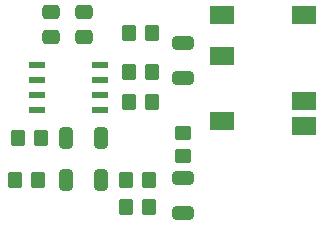
<source format=gbr>
%TF.GenerationSoftware,KiCad,Pcbnew,(6.0.7)*%
%TF.CreationDate,2023-03-19T22:57:20-05:00*%
%TF.ProjectId,CS4334wHeadphoneJack,43533433-3334-4774-9865-616470686f6e,rev?*%
%TF.SameCoordinates,Original*%
%TF.FileFunction,Paste,Top*%
%TF.FilePolarity,Positive*%
%FSLAX46Y46*%
G04 Gerber Fmt 4.6, Leading zero omitted, Abs format (unit mm)*
G04 Created by KiCad (PCBNEW (6.0.7)) date 2023-03-19 22:57:20*
%MOMM*%
%LPD*%
G01*
G04 APERTURE LIST*
G04 Aperture macros list*
%AMRoundRect*
0 Rectangle with rounded corners*
0 $1 Rounding radius*
0 $2 $3 $4 $5 $6 $7 $8 $9 X,Y pos of 4 corners*
0 Add a 4 corners polygon primitive as box body*
4,1,4,$2,$3,$4,$5,$6,$7,$8,$9,$2,$3,0*
0 Add four circle primitives for the rounded corners*
1,1,$1+$1,$2,$3*
1,1,$1+$1,$4,$5*
1,1,$1+$1,$6,$7*
1,1,$1+$1,$8,$9*
0 Add four rect primitives between the rounded corners*
20,1,$1+$1,$2,$3,$4,$5,0*
20,1,$1+$1,$4,$5,$6,$7,0*
20,1,$1+$1,$6,$7,$8,$9,0*
20,1,$1+$1,$8,$9,$2,$3,0*%
G04 Aperture macros list end*
%ADD10RoundRect,0.250000X0.650000X-0.325000X0.650000X0.325000X-0.650000X0.325000X-0.650000X-0.325000X0*%
%ADD11RoundRect,0.250000X-0.650000X0.325000X-0.650000X-0.325000X0.650000X-0.325000X0.650000X0.325000X0*%
%ADD12RoundRect,0.250000X-0.325000X-0.650000X0.325000X-0.650000X0.325000X0.650000X-0.325000X0.650000X0*%
%ADD13RoundRect,0.250000X0.350000X0.450000X-0.350000X0.450000X-0.350000X-0.450000X0.350000X-0.450000X0*%
%ADD14RoundRect,0.250000X-0.350000X-0.450000X0.350000X-0.450000X0.350000X0.450000X-0.350000X0.450000X0*%
%ADD15RoundRect,0.250000X0.450000X-0.350000X0.450000X0.350000X-0.450000X0.350000X-0.450000X-0.350000X0*%
%ADD16R,2.006600X1.498600*%
%ADD17RoundRect,0.250000X0.475000X-0.337500X0.475000X0.337500X-0.475000X0.337500X-0.475000X-0.337500X0*%
%ADD18R,1.397000X0.558800*%
G04 APERTURE END LIST*
D10*
%TO.C,C4*%
X172974000Y-100027000D03*
X172974000Y-97077000D03*
%TD*%
D11*
%TO.C,C3*%
X172974000Y-108507000D03*
X172974000Y-111457000D03*
%TD*%
D12*
%TO.C,C2*%
X163117000Y-105156000D03*
X166067000Y-105156000D03*
%TD*%
%TO.C,C1*%
X163117000Y-108712000D03*
X166067000Y-108712000D03*
%TD*%
D13*
%TO.C,R1*%
X160766000Y-108712000D03*
X158766000Y-108712000D03*
%TD*%
%TO.C,R8*%
X170418000Y-96266000D03*
X168418000Y-96266000D03*
%TD*%
D14*
%TO.C,R4*%
X168418000Y-102108000D03*
X170418000Y-102108000D03*
%TD*%
%TO.C,R6*%
X168418000Y-99568000D03*
X170418000Y-99568000D03*
%TD*%
D15*
%TO.C,R7*%
X172974000Y-106664000D03*
X172974000Y-104664000D03*
%TD*%
D16*
%TO.C,J2*%
X176286000Y-94746499D03*
X183286001Y-94746499D03*
X176286000Y-98146500D03*
X183286001Y-101946500D03*
X183286001Y-104146501D03*
X176286000Y-103646501D03*
%TD*%
D17*
%TO.C,C6*%
X164592000Y-96541500D03*
X164592000Y-94466500D03*
%TD*%
D18*
%TO.C,U1*%
X160667700Y-98933000D03*
X160667700Y-100203000D03*
X160667700Y-101473000D03*
X160667700Y-102743000D03*
X165976300Y-102743000D03*
X165976300Y-101473000D03*
X165976300Y-100203000D03*
X165976300Y-98933000D03*
%TD*%
D14*
%TO.C,R3*%
X168164000Y-110998000D03*
X170164000Y-110998000D03*
%TD*%
D17*
%TO.C,C5*%
X161798000Y-96541500D03*
X161798000Y-94466500D03*
%TD*%
D14*
%TO.C,R5*%
X168164000Y-108712000D03*
X170164000Y-108712000D03*
%TD*%
D13*
%TO.C,R2*%
X161020000Y-105156000D03*
X159020000Y-105156000D03*
%TD*%
M02*

</source>
